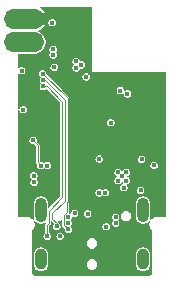
<source format=gbr>
%TF.GenerationSoftware,KiCad,Pcbnew,9.0.1*%
%TF.CreationDate,2025-07-17T15:45:22-04:00*%
%TF.ProjectId,flowstick_main_pcb,666c6f77-7374-4696-936b-5f6d61696e5f,rev?*%
%TF.SameCoordinates,Original*%
%TF.FileFunction,Copper,L2,Inr*%
%TF.FilePolarity,Positive*%
%FSLAX46Y46*%
G04 Gerber Fmt 4.6, Leading zero omitted, Abs format (unit mm)*
G04 Created by KiCad (PCBNEW 9.0.1) date 2025-07-17 15:45:22*
%MOMM*%
%LPD*%
G01*
G04 APERTURE LIST*
%TA.AperFunction,ComponentPad*%
%ADD10O,3.400000X1.700000*%
%TD*%
%TA.AperFunction,ComponentPad*%
%ADD11C,1.700000*%
%TD*%
%TA.AperFunction,HeatsinkPad*%
%ADD12O,1.000000X1.800000*%
%TD*%
%TA.AperFunction,HeatsinkPad*%
%ADD13O,1.000000X2.100000*%
%TD*%
%TA.AperFunction,ViaPad*%
%ADD14C,0.420000*%
%TD*%
%TA.AperFunction,Conductor*%
%ADD15C,0.110000*%
%TD*%
G04 APERTURE END LIST*
D10*
%TO.N,+BATT*%
%TO.C,BT1*%
X144250000Y-80000000D03*
D11*
X143500000Y-80000000D03*
D10*
%TO.N,GND*%
X144250000Y-78000000D03*
D11*
X143500000Y-78000000D03*
%TD*%
D12*
%TO.N,unconnected-(J1-SHIELD-PadS1)_1*%
%TO.C,J1*%
X154320000Y-98375000D03*
D13*
%TO.N,unconnected-(J1-SHIELD-PadS1)_3*%
X154320000Y-94195000D03*
D12*
%TO.N,unconnected-(J1-SHIELD-PadS1)_2*%
X145680000Y-98375000D03*
D13*
%TO.N,unconnected-(J1-SHIELD-PadS1)*%
X145680000Y-94195000D03*
%TD*%
D14*
%TO.N,Net-(D1A-K)*%
X146800000Y-82100000D03*
%TO.N,Net-(U1-GPIO0)*%
X152400000Y-84080000D03*
%TO.N,+3.3V*%
X149500000Y-82925000D03*
%TO.N,GND*%
X150000000Y-82725000D03*
X149630143Y-79286386D03*
X149098341Y-94507490D03*
X155200000Y-92500000D03*
X155300000Y-84300000D03*
X155800000Y-84300000D03*
X144100000Y-83900000D03*
X147069668Y-92600000D03*
X149200000Y-86700000D03*
X144100000Y-83200000D03*
X155270000Y-89870000D03*
X144500000Y-88200000D03*
X149900000Y-86700000D03*
X155200000Y-91000000D03*
X150200000Y-95600000D03*
X150700000Y-86700000D03*
X146515780Y-92600000D03*
X152950000Y-83601000D03*
X155200000Y-91500000D03*
X152519711Y-95403942D03*
X155200000Y-93000000D03*
X154897859Y-85915610D03*
X155200000Y-92000000D03*
X144100000Y-84600000D03*
X148400000Y-86700000D03*
X155399297Y-85900979D03*
%TO.N,+BATT*%
X152200000Y-91700000D03*
X152900000Y-91700000D03*
X152200000Y-91000000D03*
X147300000Y-96400000D03*
X152900000Y-91000000D03*
X152550000Y-91350000D03*
%TO.N,+3.3V*%
X149628319Y-94512579D03*
X148650000Y-82150000D03*
X150600000Y-89880000D03*
X149089316Y-81900000D03*
X148650000Y-81600000D03*
X153000000Y-84351000D03*
X146200000Y-90429998D03*
X151200000Y-95600000D03*
X144164430Y-85700000D03*
%TO.N,+5V*%
X151600000Y-86800000D03*
X155251605Y-90417313D03*
%TO.N,Net-(D1A-K)*%
X146630000Y-78328875D03*
X154199064Y-89896464D03*
%TO.N,/VREF*%
X145880000Y-83200000D03*
X147016042Y-95577958D03*
%TO.N,/BATT_MEASURE*%
X145880000Y-83739572D03*
X146200000Y-96400000D03*
%TO.N,/BATT_MEASURE_EN*%
X145019711Y-88303942D03*
X145669997Y-90429998D03*
%TO.N,/BUTTON*%
X148000000Y-95830003D03*
%TO.N,VBUS*%
X148000000Y-94800000D03*
X148000000Y-95300000D03*
X152000000Y-94800000D03*
X154110391Y-92525000D03*
X152000000Y-95300000D03*
X146709000Y-80590166D03*
X146700000Y-81050000D03*
%TO.N,/USBDM*%
X145101689Y-91829113D03*
X151125749Y-92727751D03*
%TO.N,Net-(J1-CC2)*%
X148518942Y-94484457D03*
%TO.N,Net-(J1-CC1)*%
X152700000Y-92300000D03*
%TO.N,/USBDP*%
X150595774Y-92733021D03*
X145071000Y-91300000D03*
%TO.N,/CHG_SENSE*%
X144030000Y-82400000D03*
%TO.N,/BUTTON*%
X145820000Y-82673405D03*
%TD*%
D15*
%TO.N,/BATT_MEASURE*%
X146200000Y-96400000D02*
X146200000Y-95444000D01*
X146200000Y-95444000D02*
X146346000Y-95298000D01*
X147479000Y-85029000D02*
X146189572Y-83739572D01*
X146346000Y-95298000D02*
X146346000Y-94254000D01*
X146346000Y-94254000D02*
X147479000Y-93121000D01*
X147479000Y-93121000D02*
X147479000Y-85029000D01*
X146189572Y-83739572D02*
X145880000Y-83739572D01*
%TO.N,/VREF*%
X146619000Y-94919000D02*
X146619000Y-94491621D01*
X146994000Y-95294000D02*
X146619000Y-94919000D01*
X145980000Y-83200000D02*
X145880000Y-83200000D01*
X147700000Y-84920000D02*
X145980000Y-83200000D01*
X147700000Y-93410621D02*
X147700000Y-84920000D01*
X146619000Y-94491621D02*
X147700000Y-93410621D01*
X146994000Y-95555916D02*
X146994000Y-95294000D01*
X147016042Y-95577958D02*
X146994000Y-95555916D01*
%TO.N,/BATT_MEASURE_EN*%
X145400000Y-88684231D02*
X145019711Y-88303942D01*
X145400000Y-90160001D02*
X145400000Y-88684231D01*
X145669997Y-90429998D02*
X145400000Y-90160001D01*
%TO.N,/BUTTON*%
X148000000Y-95830003D02*
X147927541Y-95757544D01*
X147927541Y-95757544D02*
X147925799Y-95757544D01*
X147624000Y-95455745D02*
X147624000Y-94644255D01*
X147921000Y-84709255D02*
X145885150Y-82673405D01*
X145885150Y-82673405D02*
X145820000Y-82673405D01*
X147921000Y-93502162D02*
X147921000Y-84709255D01*
X147925799Y-95757544D02*
X147624000Y-95455745D01*
X147900000Y-93523162D02*
X147921000Y-93502162D01*
X147624000Y-94644255D02*
X147900000Y-94368255D01*
X147900000Y-94368255D02*
X147900000Y-93523162D01*
%TD*%
%TA.AperFunction,Conductor*%
%TO.N,GND*%
G36*
X149984184Y-77015816D02*
G01*
X150000000Y-77054000D01*
X150000000Y-82500000D01*
X156195500Y-82500000D01*
X156233684Y-82515816D01*
X156249500Y-82554000D01*
X156249500Y-94695500D01*
X156233684Y-94733684D01*
X156195500Y-94749500D01*
X155445178Y-94749500D01*
X155444748Y-94749541D01*
X155428770Y-94749553D01*
X155428763Y-94749554D01*
X155289672Y-94780389D01*
X155289661Y-94780393D01*
X155160551Y-94840599D01*
X155160548Y-94840600D01*
X155047519Y-94927332D01*
X154992123Y-94993349D01*
X154955463Y-95012433D01*
X154916046Y-95000004D01*
X154896962Y-94963344D01*
X154900868Y-94937972D01*
X154907039Y-94923076D01*
X154930500Y-94805129D01*
X154930500Y-93584871D01*
X154924772Y-93556076D01*
X154907040Y-93466927D01*
X154907037Y-93466918D01*
X154861021Y-93355828D01*
X154861018Y-93355820D01*
X154794206Y-93255829D01*
X154709171Y-93170794D01*
X154659175Y-93137388D01*
X154609185Y-93103985D01*
X154609182Y-93103983D01*
X154609180Y-93103982D01*
X154609174Y-93103979D01*
X154609171Y-93103978D01*
X154498081Y-93057962D01*
X154498072Y-93057959D01*
X154380133Y-93034500D01*
X154380129Y-93034500D01*
X154259871Y-93034500D01*
X154259866Y-93034500D01*
X154141927Y-93057959D01*
X154141918Y-93057962D01*
X154030828Y-93103978D01*
X154030814Y-93103985D01*
X153930833Y-93170791D01*
X153930825Y-93170797D01*
X153845797Y-93255825D01*
X153845791Y-93255833D01*
X153778985Y-93355814D01*
X153778978Y-93355828D01*
X153732962Y-93466918D01*
X153732959Y-93466927D01*
X153709500Y-93584866D01*
X153709500Y-94805133D01*
X153732959Y-94923072D01*
X153732962Y-94923081D01*
X153769974Y-95012433D01*
X153778982Y-95034180D01*
X153778983Y-95034182D01*
X153778985Y-95034185D01*
X153789554Y-95050002D01*
X153845794Y-95134171D01*
X153930829Y-95219206D01*
X154030820Y-95286018D01*
X154065676Y-95300456D01*
X154141918Y-95332037D01*
X154141927Y-95332040D01*
X154233487Y-95350252D01*
X154259871Y-95355500D01*
X154380129Y-95355500D01*
X154440286Y-95343534D01*
X154498072Y-95332040D01*
X154498073Y-95332039D01*
X154498076Y-95332039D01*
X154500778Y-95330920D01*
X154507963Y-95327943D01*
X154609180Y-95286018D01*
X154709171Y-95219206D01*
X154793266Y-95135110D01*
X154831449Y-95119295D01*
X154869633Y-95135111D01*
X154885449Y-95173295D01*
X154883609Y-95187271D01*
X154853281Y-95300454D01*
X154853281Y-95300456D01*
X154853280Y-95300460D01*
X154850001Y-95375579D01*
X154847066Y-95442798D01*
X154871806Y-95583101D01*
X154871808Y-95583108D01*
X154926323Y-95714719D01*
X154926327Y-95714728D01*
X154926328Y-95714730D01*
X154926330Y-95714733D01*
X154983787Y-95796789D01*
X155008045Y-95831433D01*
X155031982Y-95853367D01*
X155049449Y-95890823D01*
X155049500Y-95893179D01*
X155049500Y-99594683D01*
X155048462Y-99605217D01*
X155048462Y-99605219D01*
X155040215Y-99646676D01*
X155032152Y-99666141D01*
X155011679Y-99696781D01*
X154996781Y-99711679D01*
X154966141Y-99732152D01*
X154946676Y-99740215D01*
X154912982Y-99746917D01*
X154905217Y-99748462D01*
X154894683Y-99749500D01*
X145105317Y-99749500D01*
X145094782Y-99748462D01*
X145053324Y-99740215D01*
X145033858Y-99732152D01*
X145003218Y-99711679D01*
X144988320Y-99696781D01*
X144972626Y-99673294D01*
X144967847Y-99666141D01*
X144959784Y-99646674D01*
X144951538Y-99605217D01*
X144950500Y-99594683D01*
X144950500Y-97914866D01*
X145069500Y-97914866D01*
X145069500Y-98835133D01*
X145092959Y-98953072D01*
X145092962Y-98953081D01*
X145138978Y-99064171D01*
X145138982Y-99064180D01*
X145205794Y-99164171D01*
X145290829Y-99249206D01*
X145390820Y-99316018D01*
X145434446Y-99334088D01*
X145501918Y-99362037D01*
X145501927Y-99362040D01*
X145618295Y-99385186D01*
X145619871Y-99385500D01*
X145740129Y-99385500D01*
X145799102Y-99373769D01*
X145858072Y-99362040D01*
X145858073Y-99362039D01*
X145858076Y-99362039D01*
X145969180Y-99316018D01*
X146069171Y-99249206D01*
X146154206Y-99164171D01*
X146221018Y-99064180D01*
X146267039Y-98953076D01*
X146290500Y-98835129D01*
X146290500Y-98739373D01*
X149539500Y-98739373D01*
X149539500Y-98860626D01*
X149570882Y-98977748D01*
X149631504Y-99082749D01*
X149631506Y-99082751D01*
X149631508Y-99082754D01*
X149717246Y-99168492D01*
X149717248Y-99168493D01*
X149717250Y-99168495D01*
X149822251Y-99229117D01*
X149822253Y-99229118D01*
X149939374Y-99260500D01*
X149939375Y-99260500D01*
X150060625Y-99260500D01*
X150060626Y-99260500D01*
X150177747Y-99229118D01*
X150282754Y-99168492D01*
X150368492Y-99082754D01*
X150429118Y-98977747D01*
X150460500Y-98860626D01*
X150460500Y-98739374D01*
X150429118Y-98622253D01*
X150429117Y-98622251D01*
X150368495Y-98517250D01*
X150368493Y-98517248D01*
X150368492Y-98517246D01*
X150282754Y-98431508D01*
X150282751Y-98431506D01*
X150282749Y-98431504D01*
X150177748Y-98370882D01*
X150060626Y-98339500D01*
X149939374Y-98339500D01*
X149939373Y-98339500D01*
X149822251Y-98370882D01*
X149717250Y-98431504D01*
X149717248Y-98431506D01*
X149717246Y-98431508D01*
X149631508Y-98517246D01*
X149631506Y-98517248D01*
X149631506Y-98517249D01*
X149631504Y-98517250D01*
X149570882Y-98622251D01*
X149539500Y-98739373D01*
X146290500Y-98739373D01*
X146290500Y-97914871D01*
X146290499Y-97914866D01*
X153709500Y-97914866D01*
X153709500Y-98835133D01*
X153732959Y-98953072D01*
X153732962Y-98953081D01*
X153778978Y-99064171D01*
X153778982Y-99064180D01*
X153845794Y-99164171D01*
X153930829Y-99249206D01*
X154030820Y-99316018D01*
X154074446Y-99334088D01*
X154141918Y-99362037D01*
X154141927Y-99362040D01*
X154258295Y-99385186D01*
X154259871Y-99385500D01*
X154380129Y-99385500D01*
X154439102Y-99373769D01*
X154498072Y-99362040D01*
X154498073Y-99362039D01*
X154498076Y-99362039D01*
X154609180Y-99316018D01*
X154709171Y-99249206D01*
X154794206Y-99164171D01*
X154861018Y-99064180D01*
X154907039Y-98953076D01*
X154930500Y-98835129D01*
X154930500Y-97914871D01*
X154907039Y-97796924D01*
X154861018Y-97685820D01*
X154794206Y-97585829D01*
X154709171Y-97500794D01*
X154648867Y-97460500D01*
X154609185Y-97433985D01*
X154609182Y-97433983D01*
X154609180Y-97433982D01*
X154609174Y-97433979D01*
X154609171Y-97433978D01*
X154498081Y-97387962D01*
X154498072Y-97387959D01*
X154380133Y-97364500D01*
X154380129Y-97364500D01*
X154259871Y-97364500D01*
X154259866Y-97364500D01*
X154141927Y-97387959D01*
X154141918Y-97387962D01*
X154030828Y-97433978D01*
X154030814Y-97433985D01*
X153930833Y-97500791D01*
X153930825Y-97500797D01*
X153845797Y-97585825D01*
X153845791Y-97585833D01*
X153778985Y-97685814D01*
X153778978Y-97685828D01*
X153732962Y-97796918D01*
X153732959Y-97796927D01*
X153709500Y-97914866D01*
X146290499Y-97914866D01*
X146267039Y-97796924D01*
X146221018Y-97685820D01*
X146154206Y-97585829D01*
X146069171Y-97500794D01*
X146008867Y-97460500D01*
X145969185Y-97433985D01*
X145969182Y-97433983D01*
X145969180Y-97433982D01*
X145969174Y-97433979D01*
X145969171Y-97433978D01*
X145858081Y-97387962D01*
X145858072Y-97387959D01*
X145740133Y-97364500D01*
X145740129Y-97364500D01*
X145619871Y-97364500D01*
X145619866Y-97364500D01*
X145501927Y-97387959D01*
X145501918Y-97387962D01*
X145390828Y-97433978D01*
X145390814Y-97433985D01*
X145290833Y-97500791D01*
X145290825Y-97500797D01*
X145205797Y-97585825D01*
X145205791Y-97585833D01*
X145138985Y-97685814D01*
X145138978Y-97685828D01*
X145092962Y-97796918D01*
X145092959Y-97796927D01*
X145069500Y-97914866D01*
X144950500Y-97914866D01*
X144950500Y-96939373D01*
X149539500Y-96939373D01*
X149539500Y-97060626D01*
X149570882Y-97177748D01*
X149631504Y-97282749D01*
X149631506Y-97282751D01*
X149631508Y-97282754D01*
X149717246Y-97368492D01*
X149717248Y-97368493D01*
X149717250Y-97368495D01*
X149822251Y-97429117D01*
X149822253Y-97429118D01*
X149939374Y-97460500D01*
X149939375Y-97460500D01*
X150060625Y-97460500D01*
X150060626Y-97460500D01*
X150177747Y-97429118D01*
X150282754Y-97368492D01*
X150368492Y-97282754D01*
X150429118Y-97177747D01*
X150460500Y-97060626D01*
X150460500Y-96939374D01*
X150429118Y-96822253D01*
X150370371Y-96720500D01*
X150368495Y-96717250D01*
X150368493Y-96717248D01*
X150368492Y-96717246D01*
X150282754Y-96631508D01*
X150282751Y-96631506D01*
X150282749Y-96631504D01*
X150177748Y-96570882D01*
X150060626Y-96539500D01*
X149939374Y-96539500D01*
X149939373Y-96539500D01*
X149822251Y-96570882D01*
X149717250Y-96631504D01*
X149717248Y-96631506D01*
X149717246Y-96631508D01*
X149631508Y-96717246D01*
X149631506Y-96717248D01*
X149631506Y-96717249D01*
X149631504Y-96717250D01*
X149570882Y-96822251D01*
X149539500Y-96939373D01*
X144950500Y-96939373D01*
X144950500Y-95893181D01*
X144966316Y-95854997D01*
X144967996Y-95853388D01*
X144991956Y-95831434D01*
X145073674Y-95714728D01*
X145128195Y-95583102D01*
X145152935Y-95442796D01*
X145146721Y-95300460D01*
X145116392Y-95187273D01*
X145121786Y-95146297D01*
X145154575Y-95121137D01*
X145195552Y-95126531D01*
X145206736Y-95135113D01*
X145290829Y-95219206D01*
X145390820Y-95286018D01*
X145425676Y-95300456D01*
X145501918Y-95332037D01*
X145501927Y-95332040D01*
X145593487Y-95350252D01*
X145619871Y-95355500D01*
X145740129Y-95355500D01*
X145800286Y-95343534D01*
X145858072Y-95332040D01*
X145858073Y-95332039D01*
X145858076Y-95332039D01*
X145860778Y-95330920D01*
X145867963Y-95327943D01*
X145969180Y-95286018D01*
X145984516Y-95275770D01*
X146025050Y-95267707D01*
X146059415Y-95290668D01*
X146067479Y-95331204D01*
X146061640Y-95345300D01*
X146061731Y-95345338D01*
X146034500Y-95411078D01*
X146034500Y-96094292D01*
X146018684Y-96132476D01*
X146007504Y-96141055D01*
X146003210Y-96143534D01*
X146003208Y-96143535D01*
X146003208Y-96143536D01*
X145943536Y-96203208D01*
X145943534Y-96203210D01*
X145943534Y-96203211D01*
X145943532Y-96203212D01*
X145901341Y-96276289D01*
X145879500Y-96357804D01*
X145879500Y-96442195D01*
X145901341Y-96523710D01*
X145943532Y-96596787D01*
X145943534Y-96596789D01*
X145943536Y-96596792D01*
X146003208Y-96656464D01*
X146003210Y-96656465D01*
X146003212Y-96656467D01*
X146076289Y-96698658D01*
X146076291Y-96698659D01*
X146157805Y-96720500D01*
X146157806Y-96720500D01*
X146242194Y-96720500D01*
X146242195Y-96720500D01*
X146323709Y-96698659D01*
X146396792Y-96656464D01*
X146456464Y-96596792D01*
X146498659Y-96523709D01*
X146520500Y-96442195D01*
X146520500Y-96357805D01*
X146520500Y-96357804D01*
X146979500Y-96357804D01*
X146979500Y-96442195D01*
X147001341Y-96523710D01*
X147043532Y-96596787D01*
X147043534Y-96596789D01*
X147043536Y-96596792D01*
X147103208Y-96656464D01*
X147103210Y-96656465D01*
X147103212Y-96656467D01*
X147176289Y-96698658D01*
X147176291Y-96698659D01*
X147257805Y-96720500D01*
X147257806Y-96720500D01*
X147342194Y-96720500D01*
X147342195Y-96720500D01*
X147423709Y-96698659D01*
X147496792Y-96656464D01*
X147556464Y-96596792D01*
X147598659Y-96523709D01*
X147620500Y-96442195D01*
X147620500Y-96357805D01*
X147598659Y-96276291D01*
X147598658Y-96276289D01*
X147556467Y-96203212D01*
X147556465Y-96203210D01*
X147556464Y-96203208D01*
X147496792Y-96143536D01*
X147496789Y-96143534D01*
X147496787Y-96143532D01*
X147423710Y-96101341D01*
X147342195Y-96079500D01*
X147257805Y-96079500D01*
X147257804Y-96079500D01*
X147176289Y-96101341D01*
X147103212Y-96143532D01*
X147103210Y-96143534D01*
X147103208Y-96143536D01*
X147043536Y-96203208D01*
X147043534Y-96203210D01*
X147043534Y-96203211D01*
X147043532Y-96203212D01*
X147001341Y-96276289D01*
X146979500Y-96357804D01*
X146520500Y-96357804D01*
X146498659Y-96276291D01*
X146498658Y-96276289D01*
X146456467Y-96203212D01*
X146456465Y-96203210D01*
X146456464Y-96203208D01*
X146396792Y-96143536D01*
X146396789Y-96143534D01*
X146392496Y-96141055D01*
X146367339Y-96108264D01*
X146365500Y-96094292D01*
X146365500Y-95534920D01*
X146381316Y-95496736D01*
X146423805Y-95454247D01*
X146486304Y-95391748D01*
X146501319Y-95355499D01*
X146511500Y-95330921D01*
X146511500Y-95175920D01*
X146527316Y-95137736D01*
X146565500Y-95121920D01*
X146603684Y-95137736D01*
X146765162Y-95299214D01*
X146780978Y-95337398D01*
X146765164Y-95375579D01*
X146759580Y-95381163D01*
X146759574Y-95381170D01*
X146717383Y-95454247D01*
X146695542Y-95535762D01*
X146695542Y-95620153D01*
X146717383Y-95701668D01*
X146759574Y-95774745D01*
X146759576Y-95774747D01*
X146759578Y-95774750D01*
X146819250Y-95834422D01*
X146819252Y-95834423D01*
X146819254Y-95834425D01*
X146879869Y-95869421D01*
X146892333Y-95876617D01*
X146973847Y-95898458D01*
X146973848Y-95898458D01*
X147058236Y-95898458D01*
X147058237Y-95898458D01*
X147139751Y-95876617D01*
X147212834Y-95834422D01*
X147272506Y-95774750D01*
X147314701Y-95701667D01*
X147336542Y-95620153D01*
X147336542Y-95535763D01*
X147314701Y-95454249D01*
X147308088Y-95442795D01*
X147272509Y-95381170D01*
X147272507Y-95381168D01*
X147272506Y-95381166D01*
X147212834Y-95321494D01*
X147212831Y-95321492D01*
X147212832Y-95321492D01*
X147186499Y-95306289D01*
X147162779Y-95278055D01*
X147159500Y-95269080D01*
X147159500Y-95261080D01*
X147134722Y-95201262D01*
X147134330Y-95200188D01*
X147135161Y-95180602D01*
X147135161Y-95160992D01*
X147136030Y-95160122D01*
X147136083Y-95158895D01*
X147150521Y-95145631D01*
X147164386Y-95131768D01*
X147166334Y-95131106D01*
X147166520Y-95130936D01*
X147166801Y-95130947D01*
X147171062Y-95129501D01*
X147278097Y-95100821D01*
X147377403Y-95043487D01*
X147377402Y-95043487D01*
X147377500Y-95043431D01*
X147418476Y-95038036D01*
X147451265Y-95063196D01*
X147458500Y-95090196D01*
X147458500Y-95488666D01*
X147483695Y-95549492D01*
X147666438Y-95732235D01*
X147682254Y-95770419D01*
X147680415Y-95784391D01*
X147679500Y-95787805D01*
X147679500Y-95872198D01*
X147701341Y-95953713D01*
X147743532Y-96026790D01*
X147743534Y-96026792D01*
X147743536Y-96026795D01*
X147803208Y-96086467D01*
X147803210Y-96086468D01*
X147803212Y-96086470D01*
X147876289Y-96128661D01*
X147876291Y-96128662D01*
X147957805Y-96150503D01*
X147957806Y-96150503D01*
X148042194Y-96150503D01*
X148042195Y-96150503D01*
X148123709Y-96128662D01*
X148196792Y-96086467D01*
X148256464Y-96026795D01*
X148298659Y-95953712D01*
X148320500Y-95872198D01*
X148320500Y-95787808D01*
X148298659Y-95706294D01*
X148293051Y-95696581D01*
X148256467Y-95633215D01*
X148256465Y-95633213D01*
X148256464Y-95633211D01*
X148226436Y-95603183D01*
X148210621Y-95565001D01*
X148213602Y-95557804D01*
X150879500Y-95557804D01*
X150879500Y-95642195D01*
X150901341Y-95723710D01*
X150943532Y-95796787D01*
X150943534Y-95796789D01*
X150943536Y-95796792D01*
X151003208Y-95856464D01*
X151003210Y-95856465D01*
X151003212Y-95856467D01*
X151066799Y-95893179D01*
X151076291Y-95898659D01*
X151157805Y-95920500D01*
X151157806Y-95920500D01*
X151242194Y-95920500D01*
X151242195Y-95920500D01*
X151323709Y-95898659D01*
X151396792Y-95856464D01*
X151456464Y-95796792D01*
X151498659Y-95723709D01*
X151520500Y-95642195D01*
X151520500Y-95557805D01*
X151498659Y-95476291D01*
X151485932Y-95454247D01*
X151456467Y-95403212D01*
X151456465Y-95403210D01*
X151456464Y-95403208D01*
X151396792Y-95343536D01*
X151396789Y-95343534D01*
X151396787Y-95343532D01*
X151323710Y-95301341D01*
X151242195Y-95279500D01*
X151157805Y-95279500D01*
X151157804Y-95279500D01*
X151076289Y-95301341D01*
X151003212Y-95343532D01*
X151003210Y-95343534D01*
X151003208Y-95343536D01*
X150943536Y-95403208D01*
X150943534Y-95403210D01*
X150943534Y-95403211D01*
X150943532Y-95403212D01*
X150901341Y-95476289D01*
X150879500Y-95557804D01*
X148213602Y-95557804D01*
X148226435Y-95526820D01*
X148256464Y-95496792D01*
X148298659Y-95423709D01*
X148320500Y-95342195D01*
X148320500Y-95257805D01*
X148298659Y-95176291D01*
X148296929Y-95173295D01*
X148256467Y-95103212D01*
X148256465Y-95103210D01*
X148256464Y-95103208D01*
X148241438Y-95088182D01*
X148225623Y-95050000D01*
X148241438Y-95011817D01*
X148256464Y-94996792D01*
X148298659Y-94923709D01*
X148320500Y-94842195D01*
X148320500Y-94832977D01*
X148336316Y-94794793D01*
X148374500Y-94778977D01*
X148391757Y-94782410D01*
X148391814Y-94782200D01*
X148395024Y-94783060D01*
X148395169Y-94783089D01*
X148395231Y-94783115D01*
X148395233Y-94783116D01*
X148395234Y-94783116D01*
X148395236Y-94783117D01*
X148412462Y-94787732D01*
X148476747Y-94804957D01*
X148476748Y-94804957D01*
X148561136Y-94804957D01*
X148561137Y-94804957D01*
X148642651Y-94783116D01*
X148715734Y-94740921D01*
X148775406Y-94681249D01*
X148817601Y-94608166D01*
X148839442Y-94526652D01*
X148839442Y-94470383D01*
X149307819Y-94470383D01*
X149307819Y-94554774D01*
X149329660Y-94636289D01*
X149371851Y-94709366D01*
X149371853Y-94709368D01*
X149371855Y-94709371D01*
X149431527Y-94769043D01*
X149431529Y-94769044D01*
X149431531Y-94769046D01*
X149493729Y-94804956D01*
X149504610Y-94811238D01*
X149586124Y-94833079D01*
X149586125Y-94833079D01*
X149670513Y-94833079D01*
X149670514Y-94833079D01*
X149752028Y-94811238D01*
X149825111Y-94769043D01*
X149836350Y-94757804D01*
X151679500Y-94757804D01*
X151679500Y-94842195D01*
X151701341Y-94923710D01*
X151743532Y-94996787D01*
X151743534Y-94996789D01*
X151743536Y-94996792D01*
X151755267Y-95008523D01*
X151758561Y-95011817D01*
X151774376Y-95050002D01*
X151758561Y-95088183D01*
X151743532Y-95103212D01*
X151701341Y-95176289D01*
X151679500Y-95257804D01*
X151679500Y-95342195D01*
X151701341Y-95423710D01*
X151743532Y-95496787D01*
X151743534Y-95496789D01*
X151743536Y-95496792D01*
X151803208Y-95556464D01*
X151803210Y-95556465D01*
X151803212Y-95556467D01*
X151849356Y-95583108D01*
X151876291Y-95598659D01*
X151957805Y-95620500D01*
X151957806Y-95620500D01*
X152042194Y-95620500D01*
X152042195Y-95620500D01*
X152123709Y-95598659D01*
X152194468Y-95557806D01*
X152196787Y-95556467D01*
X152196789Y-95556466D01*
X152196789Y-95556465D01*
X152196792Y-95556464D01*
X152256464Y-95496792D01*
X152298659Y-95423709D01*
X152320500Y-95342195D01*
X152320500Y-95257805D01*
X152298659Y-95176291D01*
X152296929Y-95173295D01*
X152256467Y-95103212D01*
X152256465Y-95103210D01*
X152256464Y-95103208D01*
X152241438Y-95088182D01*
X152225623Y-95050000D01*
X152241438Y-95011817D01*
X152256464Y-94996792D01*
X152298659Y-94923709D01*
X152320500Y-94842195D01*
X152320500Y-94757805D01*
X152298659Y-94676291D01*
X152298658Y-94676289D01*
X152289904Y-94661126D01*
X152276358Y-94637664D01*
X152454500Y-94637664D01*
X152454500Y-94752335D01*
X152484179Y-94863097D01*
X152541509Y-94962398D01*
X152541511Y-94962400D01*
X152541513Y-94962403D01*
X152622597Y-95043487D01*
X152622599Y-95043488D01*
X152622601Y-95043490D01*
X152656734Y-95063196D01*
X152721903Y-95100821D01*
X152832664Y-95130499D01*
X152832664Y-95130500D01*
X152832665Y-95130500D01*
X152947336Y-95130500D01*
X152947335Y-95130499D01*
X153058097Y-95100821D01*
X153157403Y-95043487D01*
X153238487Y-94962403D01*
X153295821Y-94863097D01*
X153325500Y-94752335D01*
X153325500Y-94637665D01*
X153325131Y-94636289D01*
X153303289Y-94554774D01*
X153295821Y-94526903D01*
X153263190Y-94470384D01*
X153238490Y-94427601D01*
X153238488Y-94427599D01*
X153238487Y-94427597D01*
X153157403Y-94346513D01*
X153157400Y-94346511D01*
X153157398Y-94346509D01*
X153058097Y-94289179D01*
X152947335Y-94259500D01*
X152832665Y-94259500D01*
X152832664Y-94259500D01*
X152721902Y-94289179D01*
X152622601Y-94346509D01*
X152622599Y-94346511D01*
X152622597Y-94346513D01*
X152541513Y-94427597D01*
X152541511Y-94427599D01*
X152541511Y-94427600D01*
X152541509Y-94427601D01*
X152484179Y-94526902D01*
X152454500Y-94637664D01*
X152276358Y-94637664D01*
X152256467Y-94603212D01*
X152256465Y-94603210D01*
X152256464Y-94603208D01*
X152196792Y-94543536D01*
X152196789Y-94543534D01*
X152196787Y-94543532D01*
X152123710Y-94501341D01*
X152042195Y-94479500D01*
X151957805Y-94479500D01*
X151957804Y-94479500D01*
X151876289Y-94501341D01*
X151803212Y-94543532D01*
X151803210Y-94543534D01*
X151803208Y-94543536D01*
X151743536Y-94603208D01*
X151743534Y-94603210D01*
X151743534Y-94603211D01*
X151743532Y-94603212D01*
X151701341Y-94676289D01*
X151679500Y-94757804D01*
X149836350Y-94757804D01*
X149884783Y-94709371D01*
X149926978Y-94636288D01*
X149948819Y-94554774D01*
X149948819Y-94470384D01*
X149926978Y-94388870D01*
X149926977Y-94388868D01*
X149884786Y-94315791D01*
X149884784Y-94315789D01*
X149884783Y-94315787D01*
X149825111Y-94256115D01*
X149825108Y-94256113D01*
X149825106Y-94256111D01*
X149752029Y-94213920D01*
X149670514Y-94192079D01*
X149586124Y-94192079D01*
X149586123Y-94192079D01*
X149504608Y-94213920D01*
X149431531Y-94256111D01*
X149431529Y-94256113D01*
X149431527Y-94256115D01*
X149371855Y-94315787D01*
X149371853Y-94315789D01*
X149371853Y-94315790D01*
X149371851Y-94315791D01*
X149329660Y-94388868D01*
X149307819Y-94470383D01*
X148839442Y-94470383D01*
X148839442Y-94442262D01*
X148817601Y-94360748D01*
X148812156Y-94351317D01*
X148775409Y-94287669D01*
X148775407Y-94287667D01*
X148775406Y-94287665D01*
X148715734Y-94227993D01*
X148715731Y-94227991D01*
X148715729Y-94227989D01*
X148642652Y-94185798D01*
X148561137Y-94163957D01*
X148476747Y-94163957D01*
X148476746Y-94163957D01*
X148395231Y-94185798D01*
X148322154Y-94227989D01*
X148322152Y-94227991D01*
X148322150Y-94227993D01*
X148262478Y-94287665D01*
X148262476Y-94287667D01*
X148262476Y-94287668D01*
X148262474Y-94287669D01*
X148220283Y-94360746D01*
X148198442Y-94442261D01*
X148198442Y-94451479D01*
X148195524Y-94458522D01*
X148196427Y-94466093D01*
X148187901Y-94476926D01*
X148182626Y-94489663D01*
X148175582Y-94492580D01*
X148170867Y-94498572D01*
X148159482Y-94499249D01*
X148144442Y-94505479D01*
X148129828Y-94503464D01*
X148125068Y-94502126D01*
X148123709Y-94501341D01*
X148093158Y-94493155D01*
X148092809Y-94493057D01*
X148076831Y-94480483D01*
X148060657Y-94468072D01*
X148060610Y-94467717D01*
X148060330Y-94467497D01*
X148057920Y-94447280D01*
X148055263Y-94427095D01*
X148055448Y-94426547D01*
X148055438Y-94426458D01*
X148055510Y-94426365D01*
X148057534Y-94420406D01*
X148065500Y-94401175D01*
X148065500Y-93596521D01*
X148069609Y-93575859D01*
X148077801Y-93556082D01*
X148086500Y-93535082D01*
X148086500Y-92690825D01*
X150275274Y-92690825D01*
X150275274Y-92775216D01*
X150297115Y-92856731D01*
X150339306Y-92929808D01*
X150339308Y-92929810D01*
X150339310Y-92929813D01*
X150398982Y-92989485D01*
X150398984Y-92989486D01*
X150398986Y-92989488D01*
X150472063Y-93031679D01*
X150472065Y-93031680D01*
X150553579Y-93053521D01*
X150553580Y-93053521D01*
X150637968Y-93053521D01*
X150637969Y-93053521D01*
X150719483Y-93031680D01*
X150792566Y-92989485D01*
X150825213Y-92956837D01*
X150863396Y-92941022D01*
X150901579Y-92956838D01*
X150928955Y-92984213D01*
X150928961Y-92984218D01*
X151002038Y-93026409D01*
X151002040Y-93026410D01*
X151083554Y-93048251D01*
X151083555Y-93048251D01*
X151167943Y-93048251D01*
X151167944Y-93048251D01*
X151249458Y-93026410D01*
X151322541Y-92984215D01*
X151382213Y-92924543D01*
X151424408Y-92851460D01*
X151446249Y-92769946D01*
X151446249Y-92685556D01*
X151424408Y-92604042D01*
X151421300Y-92598658D01*
X151382216Y-92530963D01*
X151382214Y-92530961D01*
X151382213Y-92530959D01*
X151322541Y-92471287D01*
X151322538Y-92471285D01*
X151322536Y-92471283D01*
X151249459Y-92429092D01*
X151167944Y-92407251D01*
X151083554Y-92407251D01*
X151083553Y-92407251D01*
X151002038Y-92429092D01*
X150928961Y-92471283D01*
X150928955Y-92471288D01*
X150896309Y-92503934D01*
X150858125Y-92519750D01*
X150819943Y-92503934D01*
X150792566Y-92476557D01*
X150792563Y-92476555D01*
X150792561Y-92476553D01*
X150719484Y-92434362D01*
X150637969Y-92412521D01*
X150553579Y-92412521D01*
X150553578Y-92412521D01*
X150472063Y-92434362D01*
X150398986Y-92476553D01*
X150398984Y-92476555D01*
X150398982Y-92476557D01*
X150339310Y-92536229D01*
X150339308Y-92536231D01*
X150339308Y-92536232D01*
X150339306Y-92536233D01*
X150297115Y-92609310D01*
X150275274Y-92690825D01*
X148086500Y-92690825D01*
X148086500Y-90957804D01*
X151879500Y-90957804D01*
X151879500Y-91042195D01*
X151901341Y-91123710D01*
X151943532Y-91196787D01*
X151943534Y-91196789D01*
X151943536Y-91196792D01*
X152003208Y-91256464D01*
X152003210Y-91256465D01*
X152003212Y-91256467D01*
X152076291Y-91298659D01*
X152079561Y-91300014D01*
X152078718Y-91302047D01*
X152106024Y-91323000D01*
X152111418Y-91363977D01*
X152086258Y-91396766D01*
X152079403Y-91399605D01*
X152079561Y-91399986D01*
X152076291Y-91401340D01*
X152003212Y-91443532D01*
X152003210Y-91443534D01*
X152003208Y-91443536D01*
X151943536Y-91503208D01*
X151943534Y-91503210D01*
X151943534Y-91503211D01*
X151943532Y-91503212D01*
X151901341Y-91576289D01*
X151879500Y-91657804D01*
X151879500Y-91742195D01*
X151901341Y-91823710D01*
X151943532Y-91896787D01*
X151943534Y-91896789D01*
X151943536Y-91896792D01*
X152003208Y-91956464D01*
X152003210Y-91956465D01*
X152003212Y-91956467D01*
X152076289Y-91998658D01*
X152076291Y-91998659D01*
X152157805Y-92020500D01*
X152157806Y-92020500D01*
X152242194Y-92020500D01*
X152242195Y-92020500D01*
X152323709Y-91998659D01*
X152396792Y-91956464D01*
X152456464Y-91896792D01*
X152498659Y-91823709D01*
X152498659Y-91823706D01*
X152500014Y-91820439D01*
X152502056Y-91821284D01*
X152522968Y-91793994D01*
X152563941Y-91788571D01*
X152596747Y-91813709D01*
X152599600Y-91820598D01*
X152599986Y-91820439D01*
X152601340Y-91823708D01*
X152643532Y-91896787D01*
X152643534Y-91896789D01*
X152643536Y-91896792D01*
X152645645Y-91898901D01*
X152661461Y-91937084D01*
X152645645Y-91975268D01*
X152621437Y-91989244D01*
X152576290Y-92001341D01*
X152503212Y-92043532D01*
X152503210Y-92043534D01*
X152503208Y-92043536D01*
X152443536Y-92103208D01*
X152443534Y-92103210D01*
X152443534Y-92103211D01*
X152443532Y-92103212D01*
X152401341Y-92176289D01*
X152379500Y-92257804D01*
X152379500Y-92342195D01*
X152401341Y-92423710D01*
X152443532Y-92496787D01*
X152443534Y-92496789D01*
X152443536Y-92496792D01*
X152503208Y-92556464D01*
X152503210Y-92556465D01*
X152503212Y-92556467D01*
X152576289Y-92598658D01*
X152576291Y-92598659D01*
X152657805Y-92620500D01*
X152657806Y-92620500D01*
X152742194Y-92620500D01*
X152742195Y-92620500D01*
X152823709Y-92598659D01*
X152896792Y-92556464D01*
X152956464Y-92496792D01*
X152964539Y-92482806D01*
X152964540Y-92482804D01*
X153789891Y-92482804D01*
X153789891Y-92567195D01*
X153811732Y-92648710D01*
X153853923Y-92721787D01*
X153853925Y-92721789D01*
X153853927Y-92721792D01*
X153913599Y-92781464D01*
X153913601Y-92781465D01*
X153913603Y-92781467D01*
X153986680Y-92823658D01*
X153986682Y-92823659D01*
X154068196Y-92845500D01*
X154068197Y-92845500D01*
X154152585Y-92845500D01*
X154152586Y-92845500D01*
X154234100Y-92823659D01*
X154307183Y-92781464D01*
X154366855Y-92721792D01*
X154409050Y-92648709D01*
X154430891Y-92567195D01*
X154430891Y-92482805D01*
X154409050Y-92401291D01*
X154409049Y-92401289D01*
X154366858Y-92328212D01*
X154366856Y-92328210D01*
X154366855Y-92328208D01*
X154307183Y-92268536D01*
X154307180Y-92268534D01*
X154307178Y-92268532D01*
X154234101Y-92226341D01*
X154152586Y-92204500D01*
X154068196Y-92204500D01*
X154068195Y-92204500D01*
X153986680Y-92226341D01*
X153913603Y-92268532D01*
X153913601Y-92268534D01*
X153913599Y-92268536D01*
X153853927Y-92328208D01*
X153853925Y-92328210D01*
X153853925Y-92328211D01*
X153853923Y-92328212D01*
X153811732Y-92401289D01*
X153789891Y-92482804D01*
X152964540Y-92482804D01*
X152982172Y-92452266D01*
X152998658Y-92423710D01*
X152998659Y-92423709D01*
X153020500Y-92342195D01*
X153020500Y-92257805D01*
X152998659Y-92176291D01*
X152998658Y-92176289D01*
X152956467Y-92103212D01*
X152956465Y-92103210D01*
X152956464Y-92103208D01*
X152954353Y-92101097D01*
X152938538Y-92062915D01*
X152954354Y-92024731D01*
X152978561Y-92010755D01*
X153023709Y-91998659D01*
X153096792Y-91956464D01*
X153156464Y-91896792D01*
X153198659Y-91823709D01*
X153220500Y-91742195D01*
X153220500Y-91657805D01*
X153198659Y-91576291D01*
X153198658Y-91576289D01*
X153156467Y-91503212D01*
X153156465Y-91503210D01*
X153156464Y-91503208D01*
X153096792Y-91443536D01*
X153096789Y-91443534D01*
X153096787Y-91443532D01*
X153023708Y-91401340D01*
X153020439Y-91399986D01*
X153021284Y-91397943D01*
X152993994Y-91377032D01*
X152988571Y-91336059D01*
X153013709Y-91303253D01*
X153020598Y-91300399D01*
X153020439Y-91300014D01*
X153023706Y-91298659D01*
X153023709Y-91298659D01*
X153094468Y-91257806D01*
X153096787Y-91256467D01*
X153096789Y-91256466D01*
X153096789Y-91256465D01*
X153096792Y-91256464D01*
X153156464Y-91196792D01*
X153198659Y-91123709D01*
X153220500Y-91042195D01*
X153220500Y-90957805D01*
X153198659Y-90876291D01*
X153198658Y-90876289D01*
X153156467Y-90803212D01*
X153156465Y-90803210D01*
X153156464Y-90803208D01*
X153096792Y-90743536D01*
X153096789Y-90743534D01*
X153096787Y-90743532D01*
X153023710Y-90701341D01*
X152942195Y-90679500D01*
X152857805Y-90679500D01*
X152857804Y-90679500D01*
X152776289Y-90701341D01*
X152703212Y-90743532D01*
X152703210Y-90743534D01*
X152703208Y-90743536D01*
X152643536Y-90803208D01*
X152643534Y-90803210D01*
X152643534Y-90803211D01*
X152643532Y-90803212D01*
X152601340Y-90876291D01*
X152599986Y-90879561D01*
X152597952Y-90878718D01*
X152577000Y-90906024D01*
X152536023Y-90911418D01*
X152503234Y-90886258D01*
X152500394Y-90879403D01*
X152500014Y-90879561D01*
X152498659Y-90876291D01*
X152456467Y-90803212D01*
X152456465Y-90803210D01*
X152456464Y-90803208D01*
X152396792Y-90743536D01*
X152396789Y-90743534D01*
X152396787Y-90743532D01*
X152323710Y-90701341D01*
X152242195Y-90679500D01*
X152157805Y-90679500D01*
X152157804Y-90679500D01*
X152076289Y-90701341D01*
X152003212Y-90743532D01*
X152003210Y-90743534D01*
X152003208Y-90743536D01*
X151943536Y-90803208D01*
X151943534Y-90803210D01*
X151943534Y-90803211D01*
X151943532Y-90803212D01*
X151901341Y-90876289D01*
X151879500Y-90957804D01*
X148086500Y-90957804D01*
X148086500Y-90375117D01*
X154931105Y-90375117D01*
X154931105Y-90459508D01*
X154952946Y-90541023D01*
X154995137Y-90614100D01*
X154995139Y-90614102D01*
X154995141Y-90614105D01*
X155054813Y-90673777D01*
X155054815Y-90673778D01*
X155054817Y-90673780D01*
X155127894Y-90715971D01*
X155127896Y-90715972D01*
X155209410Y-90737813D01*
X155209411Y-90737813D01*
X155293799Y-90737813D01*
X155293800Y-90737813D01*
X155375314Y-90715972D01*
X155448397Y-90673777D01*
X155508069Y-90614105D01*
X155550264Y-90541022D01*
X155572105Y-90459508D01*
X155572105Y-90375118D01*
X155550264Y-90293604D01*
X155550263Y-90293602D01*
X155508072Y-90220525D01*
X155508070Y-90220523D01*
X155508069Y-90220521D01*
X155448397Y-90160849D01*
X155448394Y-90160847D01*
X155448392Y-90160845D01*
X155375315Y-90118654D01*
X155293800Y-90096813D01*
X155209410Y-90096813D01*
X155209409Y-90096813D01*
X155127894Y-90118654D01*
X155054817Y-90160845D01*
X155054815Y-90160847D01*
X155054813Y-90160849D01*
X154995141Y-90220521D01*
X154995139Y-90220523D01*
X154995139Y-90220524D01*
X154995137Y-90220525D01*
X154952946Y-90293602D01*
X154931105Y-90375117D01*
X148086500Y-90375117D01*
X148086500Y-89837804D01*
X150279500Y-89837804D01*
X150279500Y-89922195D01*
X150301341Y-90003710D01*
X150343532Y-90076787D01*
X150343534Y-90076789D01*
X150343536Y-90076792D01*
X150403208Y-90136464D01*
X150403210Y-90136465D01*
X150403212Y-90136467D01*
X150467407Y-90173530D01*
X150476291Y-90178659D01*
X150557805Y-90200500D01*
X150557806Y-90200500D01*
X150642194Y-90200500D01*
X150642195Y-90200500D01*
X150723709Y-90178659D01*
X150796792Y-90136464D01*
X150856464Y-90076792D01*
X150898659Y-90003709D01*
X150920500Y-89922195D01*
X150920500Y-89854268D01*
X153878564Y-89854268D01*
X153878564Y-89938659D01*
X153900405Y-90020174D01*
X153942596Y-90093251D01*
X153942598Y-90093253D01*
X153942600Y-90093256D01*
X154002272Y-90152928D01*
X154002274Y-90152929D01*
X154002276Y-90152931D01*
X154075353Y-90195122D01*
X154075355Y-90195123D01*
X154156869Y-90216964D01*
X154156870Y-90216964D01*
X154241258Y-90216964D01*
X154241259Y-90216964D01*
X154322773Y-90195123D01*
X154395856Y-90152928D01*
X154455528Y-90093256D01*
X154497723Y-90020173D01*
X154519564Y-89938659D01*
X154519564Y-89854269D01*
X154497723Y-89772755D01*
X154497722Y-89772753D01*
X154455531Y-89699676D01*
X154455529Y-89699674D01*
X154455528Y-89699672D01*
X154395856Y-89640000D01*
X154395853Y-89639998D01*
X154395851Y-89639996D01*
X154322774Y-89597805D01*
X154241259Y-89575964D01*
X154156869Y-89575964D01*
X154156868Y-89575964D01*
X154075353Y-89597805D01*
X154002276Y-89639996D01*
X154002274Y-89639998D01*
X154002272Y-89640000D01*
X153942600Y-89699672D01*
X153942598Y-89699674D01*
X153942598Y-89699675D01*
X153942596Y-89699676D01*
X153900405Y-89772753D01*
X153878564Y-89854268D01*
X150920500Y-89854268D01*
X150920500Y-89837805D01*
X150898659Y-89756291D01*
X150865972Y-89699676D01*
X150856467Y-89683212D01*
X150856465Y-89683210D01*
X150856464Y-89683208D01*
X150796792Y-89623536D01*
X150796789Y-89623534D01*
X150796787Y-89623532D01*
X150723710Y-89581341D01*
X150642195Y-89559500D01*
X150557805Y-89559500D01*
X150557804Y-89559500D01*
X150476289Y-89581341D01*
X150403212Y-89623532D01*
X150403210Y-89623534D01*
X150403208Y-89623536D01*
X150343536Y-89683208D01*
X150343534Y-89683210D01*
X150343534Y-89683211D01*
X150343532Y-89683212D01*
X150301341Y-89756289D01*
X150279500Y-89837804D01*
X148086500Y-89837804D01*
X148086500Y-86757804D01*
X151279500Y-86757804D01*
X151279500Y-86842195D01*
X151301341Y-86923710D01*
X151343532Y-86996787D01*
X151343534Y-86996789D01*
X151343536Y-86996792D01*
X151403208Y-87056464D01*
X151403210Y-87056465D01*
X151403212Y-87056467D01*
X151476289Y-87098658D01*
X151476291Y-87098659D01*
X151557805Y-87120500D01*
X151557806Y-87120500D01*
X151642194Y-87120500D01*
X151642195Y-87120500D01*
X151723709Y-87098659D01*
X151796792Y-87056464D01*
X151856464Y-86996792D01*
X151898659Y-86923709D01*
X151920500Y-86842195D01*
X151920500Y-86757805D01*
X151898659Y-86676291D01*
X151898658Y-86676289D01*
X151856467Y-86603212D01*
X151856465Y-86603210D01*
X151856464Y-86603208D01*
X151796792Y-86543536D01*
X151796789Y-86543534D01*
X151796787Y-86543532D01*
X151723710Y-86501341D01*
X151642195Y-86479500D01*
X151557805Y-86479500D01*
X151557804Y-86479500D01*
X151476289Y-86501341D01*
X151403212Y-86543532D01*
X151403210Y-86543534D01*
X151403208Y-86543536D01*
X151343536Y-86603208D01*
X151343534Y-86603210D01*
X151343534Y-86603211D01*
X151343532Y-86603212D01*
X151301341Y-86676289D01*
X151279500Y-86757804D01*
X148086500Y-86757804D01*
X148086500Y-84676335D01*
X148086500Y-84676333D01*
X148061304Y-84615507D01*
X147483601Y-84037804D01*
X152079500Y-84037804D01*
X152079500Y-84122195D01*
X152101341Y-84203710D01*
X152143532Y-84276787D01*
X152143534Y-84276789D01*
X152143536Y-84276792D01*
X152203208Y-84336464D01*
X152203210Y-84336465D01*
X152203212Y-84336467D01*
X152276289Y-84378658D01*
X152276291Y-84378659D01*
X152357805Y-84400500D01*
X152357806Y-84400500D01*
X152442194Y-84400500D01*
X152442195Y-84400500D01*
X152523709Y-84378659D01*
X152596792Y-84336464D01*
X152596791Y-84336464D01*
X152598500Y-84335478D01*
X152639476Y-84330083D01*
X152672265Y-84355243D01*
X152679500Y-84382243D01*
X152679500Y-84393195D01*
X152701341Y-84474710D01*
X152743532Y-84547787D01*
X152743534Y-84547789D01*
X152743536Y-84547792D01*
X152803208Y-84607464D01*
X152803210Y-84607465D01*
X152803212Y-84607467D01*
X152876289Y-84649658D01*
X152876291Y-84649659D01*
X152957805Y-84671500D01*
X152957806Y-84671500D01*
X153042194Y-84671500D01*
X153042195Y-84671500D01*
X153123709Y-84649659D01*
X153196792Y-84607464D01*
X153256464Y-84547792D01*
X153298659Y-84474709D01*
X153320500Y-84393195D01*
X153320500Y-84308805D01*
X153298659Y-84227291D01*
X153298658Y-84227289D01*
X153256467Y-84154212D01*
X153256465Y-84154210D01*
X153256464Y-84154208D01*
X153196792Y-84094536D01*
X153196789Y-84094534D01*
X153196787Y-84094532D01*
X153123710Y-84052341D01*
X153042195Y-84030500D01*
X152957805Y-84030500D01*
X152957804Y-84030500D01*
X152876289Y-84052341D01*
X152801500Y-84095521D01*
X152760524Y-84100916D01*
X152727735Y-84075756D01*
X152720500Y-84048756D01*
X152720500Y-84037806D01*
X152720500Y-84037805D01*
X152698659Y-83956291D01*
X152681353Y-83926316D01*
X152656467Y-83883212D01*
X152656465Y-83883210D01*
X152656464Y-83883208D01*
X152596792Y-83823536D01*
X152596789Y-83823534D01*
X152596787Y-83823532D01*
X152523710Y-83781341D01*
X152442195Y-83759500D01*
X152357805Y-83759500D01*
X152357804Y-83759500D01*
X152276289Y-83781341D01*
X152203212Y-83823532D01*
X152203210Y-83823534D01*
X152203208Y-83823536D01*
X152143536Y-83883208D01*
X152143534Y-83883210D01*
X152143534Y-83883211D01*
X152143532Y-83883212D01*
X152101341Y-83956289D01*
X152079500Y-84037804D01*
X147483601Y-84037804D01*
X146328601Y-82882804D01*
X149179500Y-82882804D01*
X149179500Y-82967195D01*
X149201341Y-83048710D01*
X149243532Y-83121787D01*
X149243534Y-83121789D01*
X149243536Y-83121792D01*
X149303208Y-83181464D01*
X149303210Y-83181465D01*
X149303212Y-83181467D01*
X149376289Y-83223658D01*
X149376291Y-83223659D01*
X149457805Y-83245500D01*
X149457806Y-83245500D01*
X149542194Y-83245500D01*
X149542195Y-83245500D01*
X149623709Y-83223659D01*
X149696792Y-83181464D01*
X149756464Y-83121792D01*
X149798659Y-83048709D01*
X149820500Y-82967195D01*
X149820500Y-82882805D01*
X149798659Y-82801291D01*
X149796248Y-82797115D01*
X149756467Y-82728212D01*
X149756465Y-82728210D01*
X149756464Y-82728208D01*
X149696792Y-82668536D01*
X149696789Y-82668534D01*
X149696787Y-82668532D01*
X149623710Y-82626341D01*
X149542195Y-82604500D01*
X149457805Y-82604500D01*
X149457804Y-82604500D01*
X149376289Y-82626341D01*
X149303212Y-82668532D01*
X149303210Y-82668534D01*
X149303208Y-82668536D01*
X149243536Y-82728208D01*
X149243534Y-82728210D01*
X149243534Y-82728211D01*
X149243532Y-82728212D01*
X149201341Y-82801289D01*
X149179500Y-82882804D01*
X146328601Y-82882804D01*
X146156316Y-82710519D01*
X146140500Y-82672335D01*
X146140500Y-82631211D01*
X146140500Y-82631210D01*
X146118659Y-82549696D01*
X146103656Y-82523710D01*
X146076467Y-82476617D01*
X146076465Y-82476615D01*
X146076464Y-82476613D01*
X146016792Y-82416941D01*
X146016789Y-82416939D01*
X146016787Y-82416937D01*
X145943710Y-82374746D01*
X145862195Y-82352905D01*
X145777805Y-82352905D01*
X145777804Y-82352905D01*
X145696289Y-82374746D01*
X145623212Y-82416937D01*
X145623210Y-82416939D01*
X145623208Y-82416941D01*
X145563536Y-82476613D01*
X145563534Y-82476615D01*
X145563534Y-82476616D01*
X145563532Y-82476617D01*
X145521341Y-82549694D01*
X145499500Y-82631209D01*
X145499500Y-82715600D01*
X145521341Y-82797115D01*
X145563532Y-82870192D01*
X145563534Y-82870194D01*
X145563536Y-82870197D01*
X145621858Y-82928519D01*
X145637674Y-82966702D01*
X145624192Y-82999249D01*
X145625691Y-83000399D01*
X145623534Y-83003209D01*
X145581341Y-83076289D01*
X145559500Y-83157804D01*
X145559500Y-83242195D01*
X145581341Y-83323710D01*
X145623532Y-83396787D01*
X145623534Y-83396789D01*
X145623536Y-83396792D01*
X145658347Y-83431603D01*
X145674163Y-83469786D01*
X145658347Y-83507968D01*
X145623536Y-83542780D01*
X145623534Y-83542782D01*
X145623534Y-83542783D01*
X145623532Y-83542784D01*
X145581341Y-83615861D01*
X145559500Y-83697376D01*
X145559500Y-83781767D01*
X145581341Y-83863282D01*
X145623532Y-83936359D01*
X145623534Y-83936361D01*
X145623536Y-83936364D01*
X145683208Y-83996036D01*
X145683210Y-83996037D01*
X145683212Y-83996039D01*
X145755551Y-84037804D01*
X145756291Y-84038231D01*
X145837805Y-84060072D01*
X145837806Y-84060072D01*
X145922194Y-84060072D01*
X145922195Y-84060072D01*
X146003709Y-84038231D01*
X146076792Y-83996036D01*
X146106204Y-83966623D01*
X146144386Y-83950807D01*
X146182570Y-83966623D01*
X146182571Y-83966623D01*
X147297684Y-85081736D01*
X147313500Y-85119920D01*
X147313500Y-93030080D01*
X147297684Y-93068264D01*
X146382684Y-93983264D01*
X146344500Y-93999080D01*
X146306316Y-93983264D01*
X146290500Y-93945080D01*
X146290500Y-93584871D01*
X146290499Y-93584866D01*
X146267040Y-93466927D01*
X146267037Y-93466918D01*
X146221021Y-93355828D01*
X146221018Y-93355820D01*
X146154206Y-93255829D01*
X146069171Y-93170794D01*
X146019175Y-93137388D01*
X145969185Y-93103985D01*
X145969182Y-93103983D01*
X145969180Y-93103982D01*
X145969174Y-93103979D01*
X145969171Y-93103978D01*
X145858081Y-93057962D01*
X145858072Y-93057959D01*
X145740133Y-93034500D01*
X145740129Y-93034500D01*
X145619871Y-93034500D01*
X145619866Y-93034500D01*
X145501927Y-93057959D01*
X145501918Y-93057962D01*
X145390828Y-93103978D01*
X145390814Y-93103985D01*
X145290833Y-93170791D01*
X145290825Y-93170797D01*
X145205797Y-93255825D01*
X145205791Y-93255833D01*
X145138985Y-93355814D01*
X145138978Y-93355828D01*
X145092962Y-93466918D01*
X145092959Y-93466927D01*
X145069500Y-93584866D01*
X145069500Y-94805133D01*
X145092959Y-94923072D01*
X145099130Y-94937969D01*
X145099129Y-94979299D01*
X145069905Y-95008524D01*
X145028575Y-95008523D01*
X145007874Y-94993345D01*
X144981908Y-94962400D01*
X144952482Y-94927331D01*
X144946943Y-94923081D01*
X144839452Y-94840600D01*
X144710329Y-94780390D01*
X144710328Y-94780389D01*
X144571237Y-94749553D01*
X144571233Y-94749552D01*
X144555329Y-94749541D01*
X144554917Y-94749500D01*
X144549828Y-94749500D01*
X143804500Y-94749500D01*
X143766316Y-94733684D01*
X143750500Y-94695500D01*
X143750500Y-91257804D01*
X144750500Y-91257804D01*
X144750500Y-91342195D01*
X144772341Y-91423710D01*
X144814532Y-91496787D01*
X144814534Y-91496789D01*
X144814536Y-91496792D01*
X144859461Y-91541717D01*
X144875277Y-91579900D01*
X144859462Y-91618083D01*
X144845223Y-91632322D01*
X144803030Y-91705402D01*
X144781189Y-91786917D01*
X144781189Y-91871308D01*
X144803030Y-91952823D01*
X144845221Y-92025900D01*
X144845223Y-92025902D01*
X144845225Y-92025905D01*
X144904897Y-92085577D01*
X144904899Y-92085578D01*
X144904901Y-92085580D01*
X144935441Y-92103212D01*
X144977980Y-92127772D01*
X145059494Y-92149613D01*
X145059495Y-92149613D01*
X145143883Y-92149613D01*
X145143884Y-92149613D01*
X145225398Y-92127772D01*
X145298481Y-92085577D01*
X145358153Y-92025905D01*
X145400348Y-91952822D01*
X145422189Y-91871308D01*
X145422189Y-91786918D01*
X145400348Y-91705404D01*
X145372867Y-91657806D01*
X145358156Y-91632325D01*
X145358154Y-91632323D01*
X145358153Y-91632321D01*
X145313225Y-91587393D01*
X145297410Y-91549211D01*
X145313224Y-91511031D01*
X145327464Y-91496792D01*
X145369659Y-91423709D01*
X145391500Y-91342195D01*
X145391500Y-91257805D01*
X145369659Y-91176291D01*
X145369658Y-91176289D01*
X145327467Y-91103212D01*
X145327465Y-91103210D01*
X145327464Y-91103208D01*
X145267792Y-91043536D01*
X145267789Y-91043534D01*
X145267787Y-91043532D01*
X145194710Y-91001341D01*
X145113195Y-90979500D01*
X145028805Y-90979500D01*
X145028804Y-90979500D01*
X144947289Y-91001341D01*
X144874212Y-91043532D01*
X144874210Y-91043534D01*
X144874208Y-91043536D01*
X144814536Y-91103208D01*
X144814534Y-91103210D01*
X144814534Y-91103211D01*
X144814532Y-91103212D01*
X144772341Y-91176289D01*
X144750500Y-91257804D01*
X143750500Y-91257804D01*
X143750500Y-88261746D01*
X144699211Y-88261746D01*
X144699211Y-88346137D01*
X144721052Y-88427652D01*
X144763243Y-88500729D01*
X144763245Y-88500731D01*
X144763247Y-88500734D01*
X144822919Y-88560406D01*
X144822921Y-88560407D01*
X144822923Y-88560409D01*
X144875013Y-88590483D01*
X144896002Y-88602601D01*
X144977516Y-88624442D01*
X144977517Y-88624442D01*
X145061904Y-88624442D01*
X145061906Y-88624442D01*
X145066689Y-88623160D01*
X145107664Y-88628551D01*
X145118852Y-88637135D01*
X145218684Y-88736967D01*
X145234500Y-88775151D01*
X145234500Y-90192922D01*
X145259695Y-90253748D01*
X145336803Y-90330856D01*
X145352619Y-90369040D01*
X145350781Y-90383010D01*
X145349497Y-90387803D01*
X145349497Y-90472193D01*
X145371338Y-90553708D01*
X145413529Y-90626785D01*
X145413531Y-90626787D01*
X145413533Y-90626790D01*
X145473205Y-90686462D01*
X145473207Y-90686463D01*
X145473209Y-90686465D01*
X145524315Y-90715971D01*
X145546288Y-90728657D01*
X145627802Y-90750498D01*
X145627803Y-90750498D01*
X145712191Y-90750498D01*
X145712192Y-90750498D01*
X145793706Y-90728657D01*
X145866789Y-90686462D01*
X145896815Y-90656435D01*
X145934997Y-90640619D01*
X145973181Y-90656435D01*
X146003208Y-90686462D01*
X146003210Y-90686463D01*
X146003212Y-90686465D01*
X146054318Y-90715971D01*
X146076291Y-90728657D01*
X146157805Y-90750498D01*
X146157806Y-90750498D01*
X146242194Y-90750498D01*
X146242195Y-90750498D01*
X146323709Y-90728657D01*
X146396792Y-90686462D01*
X146456464Y-90626790D01*
X146498659Y-90553707D01*
X146520500Y-90472193D01*
X146520500Y-90387803D01*
X146498659Y-90306289D01*
X146468325Y-90253749D01*
X146456467Y-90233210D01*
X146456465Y-90233208D01*
X146456464Y-90233206D01*
X146396792Y-90173534D01*
X146396789Y-90173532D01*
X146396787Y-90173530D01*
X146323710Y-90131339D01*
X146242195Y-90109498D01*
X146157805Y-90109498D01*
X146157804Y-90109498D01*
X146076289Y-90131339D01*
X146003212Y-90173530D01*
X146003206Y-90173535D01*
X145973181Y-90203560D01*
X145934997Y-90219376D01*
X145896815Y-90203560D01*
X145866789Y-90173534D01*
X145866786Y-90173532D01*
X145866784Y-90173530D01*
X145793707Y-90131339D01*
X145712192Y-90109498D01*
X145627802Y-90109498D01*
X145627801Y-90109498D01*
X145626548Y-90109663D01*
X145625932Y-90109498D01*
X145624263Y-90109498D01*
X145624263Y-90109050D01*
X145586626Y-90098966D01*
X145565962Y-90063173D01*
X145565500Y-90056125D01*
X145565500Y-88651309D01*
X145540304Y-88590483D01*
X145352904Y-88403083D01*
X145337088Y-88364899D01*
X145338928Y-88350924D01*
X145340211Y-88346137D01*
X145340211Y-88261747D01*
X145318370Y-88180233D01*
X145318369Y-88180231D01*
X145276178Y-88107154D01*
X145276176Y-88107152D01*
X145276175Y-88107150D01*
X145216503Y-88047478D01*
X145216500Y-88047476D01*
X145216498Y-88047474D01*
X145143421Y-88005283D01*
X145061906Y-87983442D01*
X144977516Y-87983442D01*
X144977515Y-87983442D01*
X144896000Y-88005283D01*
X144822923Y-88047474D01*
X144822921Y-88047476D01*
X144822919Y-88047478D01*
X144763247Y-88107150D01*
X144763245Y-88107152D01*
X144763245Y-88107153D01*
X144763243Y-88107154D01*
X144721052Y-88180231D01*
X144699211Y-88261746D01*
X143750500Y-88261746D01*
X143750500Y-85803681D01*
X143766316Y-85765497D01*
X143804500Y-85749681D01*
X143842684Y-85765497D01*
X143856660Y-85789705D01*
X143865771Y-85823710D01*
X143907962Y-85896787D01*
X143907964Y-85896789D01*
X143907966Y-85896792D01*
X143967638Y-85956464D01*
X143967640Y-85956465D01*
X143967642Y-85956467D01*
X144040719Y-85998658D01*
X144040721Y-85998659D01*
X144122235Y-86020500D01*
X144122236Y-86020500D01*
X144206624Y-86020500D01*
X144206625Y-86020500D01*
X144288139Y-85998659D01*
X144361222Y-85956464D01*
X144420894Y-85896792D01*
X144463089Y-85823709D01*
X144484930Y-85742195D01*
X144484930Y-85657805D01*
X144463089Y-85576291D01*
X144463088Y-85576289D01*
X144420897Y-85503212D01*
X144420895Y-85503210D01*
X144420894Y-85503208D01*
X144361222Y-85443536D01*
X144361219Y-85443534D01*
X144361217Y-85443532D01*
X144288140Y-85401341D01*
X144206625Y-85379500D01*
X144122235Y-85379500D01*
X144122234Y-85379500D01*
X144040719Y-85401341D01*
X143967642Y-85443532D01*
X143967640Y-85443534D01*
X143967638Y-85443536D01*
X143907966Y-85503208D01*
X143907964Y-85503210D01*
X143907964Y-85503211D01*
X143907962Y-85503212D01*
X143865771Y-85576290D01*
X143856660Y-85610294D01*
X143831500Y-85643083D01*
X143790524Y-85648478D01*
X143757735Y-85623318D01*
X143750500Y-85596318D01*
X143750500Y-82702243D01*
X143766316Y-82664059D01*
X143804500Y-82648243D01*
X143831500Y-82655478D01*
X143833208Y-82656464D01*
X143906291Y-82698659D01*
X143987805Y-82720500D01*
X143987806Y-82720500D01*
X144072194Y-82720500D01*
X144072195Y-82720500D01*
X144153709Y-82698659D01*
X144226792Y-82656464D01*
X144286464Y-82596792D01*
X144328659Y-82523709D01*
X144350500Y-82442195D01*
X144350500Y-82357805D01*
X144328659Y-82276291D01*
X144327168Y-82273709D01*
X144286467Y-82203212D01*
X144286465Y-82203210D01*
X144286464Y-82203208D01*
X144226792Y-82143536D01*
X144226789Y-82143534D01*
X144226787Y-82143532D01*
X144153710Y-82101341D01*
X144072195Y-82079500D01*
X143987805Y-82079500D01*
X143987804Y-82079500D01*
X143906289Y-82101341D01*
X143831500Y-82144521D01*
X143790524Y-82149916D01*
X143757735Y-82124756D01*
X143750500Y-82097756D01*
X143750500Y-82057804D01*
X146479500Y-82057804D01*
X146479500Y-82142195D01*
X146501341Y-82223710D01*
X146543532Y-82296787D01*
X146543534Y-82296789D01*
X146543536Y-82296792D01*
X146603208Y-82356464D01*
X146603210Y-82356465D01*
X146603212Y-82356467D01*
X146676289Y-82398658D01*
X146676291Y-82398659D01*
X146757805Y-82420500D01*
X146757806Y-82420500D01*
X146842194Y-82420500D01*
X146842195Y-82420500D01*
X146923709Y-82398659D01*
X146994468Y-82357806D01*
X146996787Y-82356467D01*
X146996789Y-82356466D01*
X146996789Y-82356465D01*
X146996792Y-82356464D01*
X147056464Y-82296792D01*
X147098659Y-82223709D01*
X147120500Y-82142195D01*
X147120500Y-82057805D01*
X147098659Y-81976291D01*
X147085332Y-81953208D01*
X147056467Y-81903212D01*
X147056465Y-81903210D01*
X147056464Y-81903208D01*
X146996792Y-81843536D01*
X146996789Y-81843534D01*
X146996787Y-81843532D01*
X146923710Y-81801341D01*
X146842195Y-81779500D01*
X146757805Y-81779500D01*
X146757804Y-81779500D01*
X146676289Y-81801341D01*
X146603212Y-81843532D01*
X146603210Y-81843534D01*
X146603208Y-81843536D01*
X146543536Y-81903208D01*
X146543534Y-81903210D01*
X146543534Y-81903211D01*
X146543532Y-81903212D01*
X146501341Y-81976289D01*
X146479500Y-82057804D01*
X143750500Y-82057804D01*
X143750500Y-81557804D01*
X148329500Y-81557804D01*
X148329500Y-81642195D01*
X148351341Y-81723710D01*
X148393532Y-81796787D01*
X148393534Y-81796789D01*
X148393536Y-81796792D01*
X148433561Y-81836817D01*
X148449377Y-81875000D01*
X148433561Y-81913182D01*
X148393536Y-81953208D01*
X148393534Y-81953210D01*
X148393534Y-81953211D01*
X148393532Y-81953212D01*
X148351341Y-82026289D01*
X148329500Y-82107804D01*
X148329500Y-82192195D01*
X148351341Y-82273710D01*
X148393532Y-82346787D01*
X148393534Y-82346789D01*
X148393536Y-82346792D01*
X148453208Y-82406464D01*
X148453210Y-82406465D01*
X148453212Y-82406467D01*
X148515093Y-82442194D01*
X148526291Y-82448659D01*
X148607805Y-82470500D01*
X148607806Y-82470500D01*
X148692194Y-82470500D01*
X148692195Y-82470500D01*
X148773709Y-82448659D01*
X148846792Y-82406464D01*
X148906464Y-82346792D01*
X148948659Y-82273709D01*
X148954580Y-82251609D01*
X148979739Y-82218820D01*
X149020715Y-82213425D01*
X149020716Y-82213425D01*
X149047121Y-82220500D01*
X149047122Y-82220500D01*
X149131510Y-82220500D01*
X149131511Y-82220500D01*
X149213025Y-82198659D01*
X149286108Y-82156464D01*
X149345780Y-82096792D01*
X149387975Y-82023709D01*
X149409816Y-81942195D01*
X149409816Y-81857805D01*
X149387975Y-81776291D01*
X149387974Y-81776289D01*
X149345783Y-81703212D01*
X149345781Y-81703210D01*
X149345780Y-81703208D01*
X149286108Y-81643536D01*
X149286105Y-81643534D01*
X149286103Y-81643532D01*
X149213026Y-81601341D01*
X149131511Y-81579500D01*
X149047121Y-81579500D01*
X149033214Y-81583226D01*
X148992238Y-81577829D01*
X148967080Y-81545041D01*
X148948658Y-81476289D01*
X148906467Y-81403212D01*
X148906465Y-81403210D01*
X148906464Y-81403208D01*
X148846792Y-81343536D01*
X148846789Y-81343534D01*
X148846787Y-81343532D01*
X148773710Y-81301341D01*
X148692195Y-81279500D01*
X148607805Y-81279500D01*
X148607804Y-81279500D01*
X148526289Y-81301341D01*
X148453212Y-81343532D01*
X148453210Y-81343534D01*
X148453208Y-81343536D01*
X148393536Y-81403208D01*
X148393534Y-81403210D01*
X148393534Y-81403211D01*
X148393532Y-81403212D01*
X148351341Y-81476289D01*
X148329500Y-81557804D01*
X143750500Y-81557804D01*
X143750500Y-81014500D01*
X143753274Y-81007804D01*
X146379500Y-81007804D01*
X146379500Y-81092195D01*
X146401341Y-81173710D01*
X146443532Y-81246787D01*
X146443534Y-81246789D01*
X146443536Y-81246792D01*
X146503208Y-81306464D01*
X146503210Y-81306465D01*
X146503212Y-81306467D01*
X146576289Y-81348658D01*
X146576291Y-81348659D01*
X146657805Y-81370500D01*
X146657806Y-81370500D01*
X146742194Y-81370500D01*
X146742195Y-81370500D01*
X146823709Y-81348659D01*
X146896792Y-81306464D01*
X146956464Y-81246792D01*
X146998659Y-81173709D01*
X147020500Y-81092195D01*
X147020500Y-81007805D01*
X146998659Y-80926291D01*
X146997099Y-80923589D01*
X146956227Y-80852796D01*
X146950832Y-80811820D01*
X146963489Y-80789899D01*
X146963311Y-80789763D01*
X146964350Y-80788407D01*
X146964811Y-80787610D01*
X146965464Y-80786958D01*
X147007659Y-80713875D01*
X147029500Y-80632361D01*
X147029500Y-80547971D01*
X147007659Y-80466457D01*
X147001020Y-80454958D01*
X146965467Y-80393378D01*
X146965465Y-80393376D01*
X146965464Y-80393374D01*
X146905792Y-80333702D01*
X146905789Y-80333700D01*
X146905787Y-80333698D01*
X146832710Y-80291507D01*
X146751195Y-80269666D01*
X146666805Y-80269666D01*
X146666804Y-80269666D01*
X146585289Y-80291507D01*
X146512212Y-80333698D01*
X146512210Y-80333700D01*
X146512208Y-80333702D01*
X146452536Y-80393374D01*
X146452534Y-80393376D01*
X146452534Y-80393377D01*
X146452532Y-80393378D01*
X146410341Y-80466455D01*
X146388500Y-80547970D01*
X146388500Y-80632361D01*
X146410341Y-80713876D01*
X146452772Y-80787369D01*
X146458167Y-80828345D01*
X146445512Y-80850267D01*
X146445689Y-80850403D01*
X146444662Y-80851740D01*
X146444197Y-80852547D01*
X146443536Y-80853207D01*
X146443532Y-80853212D01*
X146401341Y-80926289D01*
X146379500Y-81007804D01*
X143753274Y-81007804D01*
X143766316Y-80976316D01*
X143804500Y-80960500D01*
X145194601Y-80960500D01*
X145208574Y-80957720D01*
X145240834Y-80951304D01*
X145380162Y-80923589D01*
X145380162Y-80923588D01*
X145380167Y-80923588D01*
X145554967Y-80851184D01*
X145712283Y-80746069D01*
X145846069Y-80612283D01*
X145951184Y-80454967D01*
X146023588Y-80280167D01*
X146060500Y-80094601D01*
X146060500Y-79905399D01*
X146023588Y-79719833D01*
X145951184Y-79545033D01*
X145846069Y-79387717D01*
X145712283Y-79253931D01*
X145554967Y-79148816D01*
X145554965Y-79148815D01*
X145554958Y-79148812D01*
X145433075Y-79098326D01*
X145403850Y-79069102D01*
X145403851Y-79027772D01*
X145433075Y-78998547D01*
X145597361Y-78930497D01*
X145769335Y-78815589D01*
X145769336Y-78815588D01*
X145915587Y-78669338D01*
X145915592Y-78669331D01*
X146028734Y-78500000D01*
X145065826Y-78500000D01*
X145192993Y-78465925D01*
X145307007Y-78400099D01*
X145400099Y-78307007D01*
X145411835Y-78286679D01*
X146309500Y-78286679D01*
X146309500Y-78371070D01*
X146331341Y-78452585D01*
X146373532Y-78525662D01*
X146373534Y-78525664D01*
X146373536Y-78525667D01*
X146433208Y-78585339D01*
X146433210Y-78585340D01*
X146433212Y-78585342D01*
X146506289Y-78627533D01*
X146506291Y-78627534D01*
X146587805Y-78649375D01*
X146587806Y-78649375D01*
X146672194Y-78649375D01*
X146672195Y-78649375D01*
X146753709Y-78627534D01*
X146826792Y-78585339D01*
X146886464Y-78525667D01*
X146928659Y-78452584D01*
X146950500Y-78371070D01*
X146950500Y-78286680D01*
X146928659Y-78205166D01*
X146921631Y-78192993D01*
X146886467Y-78132087D01*
X146886465Y-78132085D01*
X146886464Y-78132083D01*
X146826792Y-78072411D01*
X146826789Y-78072409D01*
X146826787Y-78072407D01*
X146753710Y-78030216D01*
X146672195Y-78008375D01*
X146587805Y-78008375D01*
X146587804Y-78008375D01*
X146506289Y-78030216D01*
X146433212Y-78072407D01*
X146433210Y-78072409D01*
X146433208Y-78072411D01*
X146373536Y-78132083D01*
X146373534Y-78132085D01*
X146373534Y-78132086D01*
X146373532Y-78132087D01*
X146331341Y-78205164D01*
X146309500Y-78286679D01*
X145411835Y-78286679D01*
X145465925Y-78192993D01*
X145500000Y-78065826D01*
X145500000Y-77934174D01*
X145465925Y-77807007D01*
X145400099Y-77692993D01*
X145307007Y-77599901D01*
X145192993Y-77534075D01*
X145065826Y-77500000D01*
X146028734Y-77500000D01*
X146028734Y-77499999D01*
X145915592Y-77330668D01*
X145915587Y-77330662D01*
X145769335Y-77184410D01*
X145641358Y-77098900D01*
X145618397Y-77064535D01*
X145626459Y-77023999D01*
X145660824Y-77001038D01*
X145671359Y-77000000D01*
X149946000Y-77000000D01*
X149984184Y-77015816D01*
G37*
%TD.AperFunction*%
%TA.AperFunction,Conductor*%
G36*
X144807007Y-77534075D02*
G01*
X144692993Y-77599901D01*
X144599901Y-77692993D01*
X144534075Y-77807007D01*
X144500000Y-77934174D01*
X144500000Y-78065826D01*
X144534075Y-78192993D01*
X144599901Y-78307007D01*
X144692993Y-78400099D01*
X144807007Y-78465925D01*
X144934174Y-78500000D01*
X144304000Y-78500000D01*
X144265816Y-78484184D01*
X144250000Y-78446000D01*
X144250000Y-77554000D01*
X144265816Y-77515816D01*
X144304000Y-77500000D01*
X144934174Y-77500000D01*
X144807007Y-77534075D01*
G37*
%TD.AperFunction*%
%TD*%
M02*

</source>
